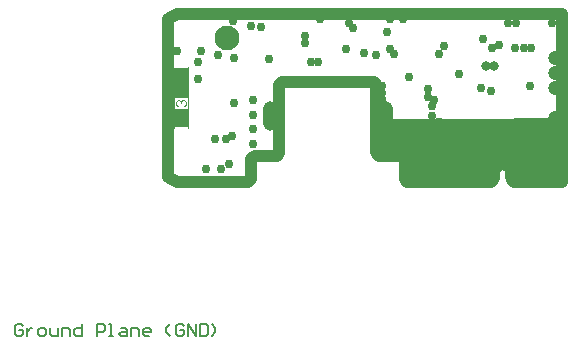
<source format=gbr>
G04 Layer_Physical_Order=3*
G04 Layer_Color=32768*
%FSLAX45Y45*%
%MOMM*%
%TF.FileFunction,Copper,L3,Inr,Plane*%
%TF.Part,Single*%
%TFFileComment,The blind Vias under BGA and Other Pads are Via-In-Pad (VIP)*%
G01*
G75*
%TA.AperFunction,NonConductor*%
%ADD38C,0.10000*%
%ADD39C,0.15000*%
%ADD49C,1.01600*%
%ADD50R,1.19695X1.59819*%
%ADD51R,1.18498X2.54099*%
%ADD52R,3.08611X1.58476*%
%ADD53R,7.13141X2.40441*%
%ADD54R,11.77963X3.13884*%
%ADD55R,3.97552X5.25117*%
%TA.AperFunction,ComponentPad*%
%ADD56O,1.20000X2.50000*%
%TA.AperFunction,ViaPad*%
%ADD57C,2.10000*%
%TA.AperFunction,ComponentPad*%
%ADD58C,1.20000*%
%TA.AperFunction,ViaPad*%
%ADD59C,0.80000*%
%ADD60C,0.75000*%
D38*
X-333100Y-758800D02*
Y-248782D01*
X-452700Y-758800D02*
Y-250082D01*
X-421041Y-579582D02*
X-434370Y-566253D01*
Y-539595D01*
X-421041Y-526266D01*
X-407712D01*
X-394383Y-539595D01*
Y-552924D01*
Y-539595D01*
X-381054Y-526266D01*
X-367725D01*
X-354396Y-539595D01*
Y-566253D01*
X-367725Y-579582D01*
D39*
X-1733924Y-2438703D02*
X-1750586Y-2422042D01*
X-1783908D01*
X-1800569Y-2438703D01*
Y-2505348D01*
X-1783908Y-2522009D01*
X-1750586D01*
X-1733924Y-2505348D01*
Y-2472026D01*
X-1767247D01*
X-1700602Y-2455364D02*
Y-2522009D01*
Y-2488687D01*
X-1683940Y-2472026D01*
X-1667279Y-2455364D01*
X-1650618D01*
X-1583972Y-2522009D02*
X-1550650D01*
X-1533989Y-2505348D01*
Y-2472026D01*
X-1550650Y-2455364D01*
X-1583972D01*
X-1600634Y-2472026D01*
Y-2505348D01*
X-1583972Y-2522009D01*
X-1500666Y-2455364D02*
Y-2505348D01*
X-1484005Y-2522009D01*
X-1434021D01*
Y-2455364D01*
X-1400698Y-2522009D02*
Y-2455364D01*
X-1350714D01*
X-1334053Y-2472026D01*
Y-2522009D01*
X-1234085Y-2422042D02*
Y-2522009D01*
X-1284069D01*
X-1300730Y-2505348D01*
Y-2472026D01*
X-1284069Y-2455364D01*
X-1234085D01*
X-1100795Y-2522009D02*
Y-2422042D01*
X-1050811D01*
X-1034150Y-2438703D01*
Y-2472026D01*
X-1050811Y-2488687D01*
X-1100795D01*
X-1000827Y-2522009D02*
X-967505D01*
X-984166D01*
Y-2422042D01*
X-1000827D01*
X-900859Y-2455364D02*
X-867537D01*
X-850876Y-2472026D01*
Y-2522009D01*
X-900859D01*
X-917521Y-2505348D01*
X-900859Y-2488687D01*
X-850876D01*
X-817553Y-2522009D02*
Y-2455364D01*
X-767569D01*
X-750908Y-2472026D01*
Y-2522009D01*
X-667601D02*
X-700924D01*
X-717585Y-2505348D01*
Y-2472026D01*
X-700924Y-2455364D01*
X-667601D01*
X-650940Y-2472026D01*
Y-2488687D01*
X-717585D01*
X-484327Y-2522009D02*
X-517649Y-2488687D01*
Y-2455364D01*
X-484327Y-2422042D01*
X-367698Y-2438703D02*
X-384359Y-2422042D01*
X-417682D01*
X-434343Y-2438703D01*
Y-2505348D01*
X-417682Y-2522009D01*
X-384359D01*
X-367698Y-2505348D01*
Y-2472026D01*
X-401021D01*
X-334375Y-2522009D02*
Y-2422042D01*
X-267730Y-2522009D01*
Y-2422042D01*
X-234407D02*
Y-2522009D01*
X-184424D01*
X-167762Y-2505348D01*
Y-2438703D01*
X-184424Y-2422042D01*
X-234407D01*
X-134440Y-2522009D02*
X-101117Y-2488687D01*
Y-2455364D01*
X-134440Y-2422042D01*
D49*
X2404999Y-1179999D02*
Y-1144999D01*
Y-1179999D02*
X2406002Y-1188901D01*
X2408960Y-1197354D01*
X2413726Y-1204939D01*
X2420059Y-1211273D01*
X2427644Y-1216038D01*
X2436099Y-1218997D01*
X2444999Y-1220001D01*
X2829999D01*
X2830000Y200000D01*
X-430001D02*
X2830000D01*
X-500000Y159585D02*
X-430001Y200000D01*
X-500001Y-1179584D02*
X-500000Y159585D01*
X-500001Y-1179584D02*
X-430001Y-1220001D01*
X160000D01*
X168900Y-1218997D01*
X177355Y-1216038D01*
X184938Y-1211273D01*
X191272Y-1204939D01*
X196038Y-1197354D01*
X198997Y-1188901D01*
X200000Y-1179999D01*
Y-1040000D01*
X201002Y-1031100D01*
X203961Y-1022645D01*
X208726Y-1015059D01*
X215060Y-1008725D01*
X222644Y-1003960D01*
X231098Y-1001002D01*
X240000Y-1000000D01*
X399999D01*
X408900Y-998996D01*
X417355Y-996038D01*
X424939Y-991273D01*
X431273Y-984939D01*
X436038Y-977355D01*
X438996Y-968900D01*
X439999Y-960000D01*
Y-409999D01*
X441002Y-401099D01*
X443961Y-392643D01*
X448727Y-385060D01*
X455060Y-378726D01*
X462644Y-373961D01*
X471099Y-371003D01*
X479999Y-369999D01*
X1220000D01*
X1228901Y-371003D01*
X1237355Y-373961D01*
X1244939Y-378726D01*
X1251273Y-385060D01*
X1256038Y-392643D01*
X1258997Y-401099D01*
X1260000Y-409999D01*
Y-960000D02*
Y-409999D01*
Y-960000D02*
X1261002Y-968900D01*
X1263961Y-977355D01*
X1268726Y-984939D01*
X1275060Y-991273D01*
X1282644Y-996038D01*
X1291098Y-998996D01*
X1299999Y-1000000D01*
X1459999D01*
X1468900Y-1001002D01*
X1477354Y-1003960D01*
X1484939Y-1008725D01*
X1491273Y-1015059D01*
X1496038Y-1022645D01*
X1498996Y-1031100D01*
X1499999Y-1040000D01*
Y-1179999D02*
Y-1040000D01*
Y-1179999D02*
X1501002Y-1188901D01*
X1503960Y-1197354D01*
X1508726Y-1204939D01*
X1515059Y-1211273D01*
X1522644Y-1216038D01*
X1531099Y-1218997D01*
X1539999Y-1220001D01*
X2214999D01*
X2223900Y-1218997D01*
X2232354Y-1216038D01*
X2239939Y-1211273D01*
X2246272Y-1204939D01*
X2251038Y-1197354D01*
X2253996Y-1188901D01*
X2254999Y-1179999D01*
Y-1144999D01*
X2256639Y-1129406D01*
X2261483Y-1114495D01*
X2269323Y-1100915D01*
X2279815Y-1089264D01*
X2292499Y-1080049D01*
X2306823Y-1073670D01*
X2322159Y-1070411D01*
X2337839D01*
X2353176Y-1073670D01*
X2367499Y-1080049D01*
X2380184Y-1089264D01*
X2390675Y-1100915D01*
X2398515Y-1114495D01*
X2403360Y-1129406D01*
X2404999Y-1144999D01*
D50*
X-392947Y-678891D02*
D03*
D51*
X-392348Y-377432D02*
D03*
D52*
X2337671Y-1012972D02*
D03*
D53*
X1878508Y-1086484D02*
D03*
D54*
X1874901Y-834197D02*
D03*
D55*
X2619907Y-939899D02*
D03*
D56*
X1344631Y-663610D02*
D03*
X356630D02*
D03*
D57*
X0Y0D02*
D03*
D58*
X2775565Y-167145D02*
D03*
Y-294145D02*
D03*
Y-421145D02*
D03*
Y-675145D02*
D03*
D59*
X2253200Y-239100D02*
D03*
X2185250D02*
D03*
D60*
X660629Y14946D02*
D03*
Y-38194D02*
D03*
X2515076Y-85193D02*
D03*
X2435429Y-86044D02*
D03*
X2571885Y-85053D02*
D03*
X2303349Y-56641D02*
D03*
X1485221Y164631D02*
D03*
X1260200Y-142363D02*
D03*
X1379168Y-91370D02*
D03*
X1026488Y129283D02*
D03*
X1410440Y-134768D02*
D03*
X1377272Y159770D02*
D03*
X1350166Y52393D02*
D03*
X1791487Y-131216D02*
D03*
X2160452Y-6434D02*
D03*
X2378151Y125321D02*
D03*
X2441263Y126756D02*
D03*
X1533729Y-330556D02*
D03*
X350629Y-178614D02*
D03*
X711369Y-205304D02*
D03*
X2150177Y-420054D02*
D03*
X1787683Y-709609D02*
D03*
X1733617Y-660702D02*
D03*
X1160331Y-125063D02*
D03*
X1700310Y-432835D02*
D03*
X2237309Y-81885D02*
D03*
X1836756Y-71189D02*
D03*
X1308711Y-518322D02*
D03*
X2746519Y126757D02*
D03*
X-219371Y-108614D02*
D03*
X-179371Y-1108614D02*
D03*
X48449Y147676D02*
D03*
X1308711Y-463210D02*
D03*
X1959635Y-306303D02*
D03*
X220629Y-773614D02*
D03*
X-251456Y-347114D02*
D03*
X-248906Y-200584D02*
D03*
X-429371Y-108614D02*
D03*
X203829Y98296D02*
D03*
X286530Y97400D02*
D03*
X217833Y-520818D02*
D03*
X-54176Y-1109640D02*
D03*
X220629Y-898614D02*
D03*
Y-648614D02*
D03*
X-103550Y-857793D02*
D03*
X-14880Y-857630D02*
D03*
X11532Y-1067098D02*
D03*
X39884Y-830861D02*
D03*
X58299Y-548704D02*
D03*
X767720Y-205450D02*
D03*
X1002111Y-89471D02*
D03*
X55657Y-173150D02*
D03*
X-79588Y-142149D02*
D03*
X785447Y160111D02*
D03*
X1059155Y87969D02*
D03*
X2234390Y-445800D02*
D03*
X2563847Y-406309D02*
D03*
X1749473Y-525389D02*
D03*
X1700191Y-499880D02*
D03*
X1733617Y-578239D02*
D03*
X1308711Y-409999D02*
D03*
%TF.MD5,96f585db45f7181b336983fb9665c83e*%
M02*

</source>
